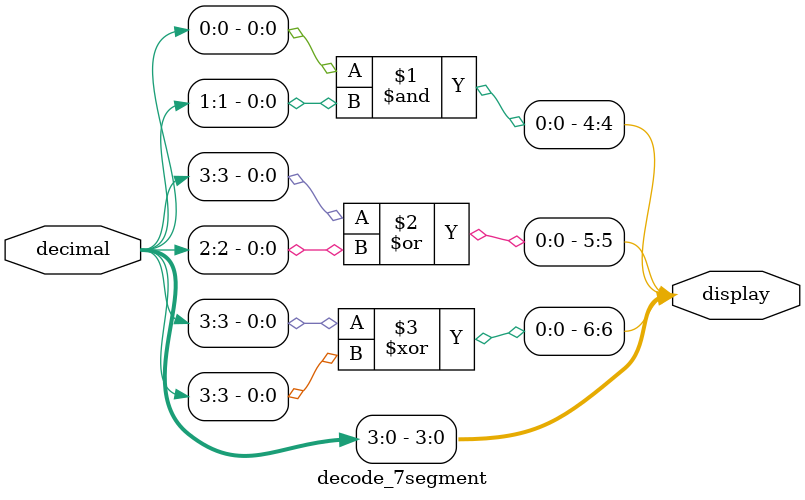
<source format=v>
module decode_7segment (decimal, display);
  input [3:0] decimal;
  output [6:0] display;

/*
The binary encoded decimal digit is contained in decimal[0] to decimal[3].
Each element of display drives one segment of the output.


Boolean operation symbols:
   & = AND   e.g. (A & B)
   | = OR    e.g. (A | B)
   ~ = NOT   e.g. ( ~A)
*/

/* These are not correct...*/
assign display[0] = decimal[0];
assign display[1] = decimal[1];
assign display[2] = decimal[2];
assign display[3] = decimal[3];
assign display[4] = decimal[0] & decimal[1];
assign display[5] = decimal[3] | decimal[2];
assign display[6] = decimal[3] ^ decimal[3];

endmodule

</source>
